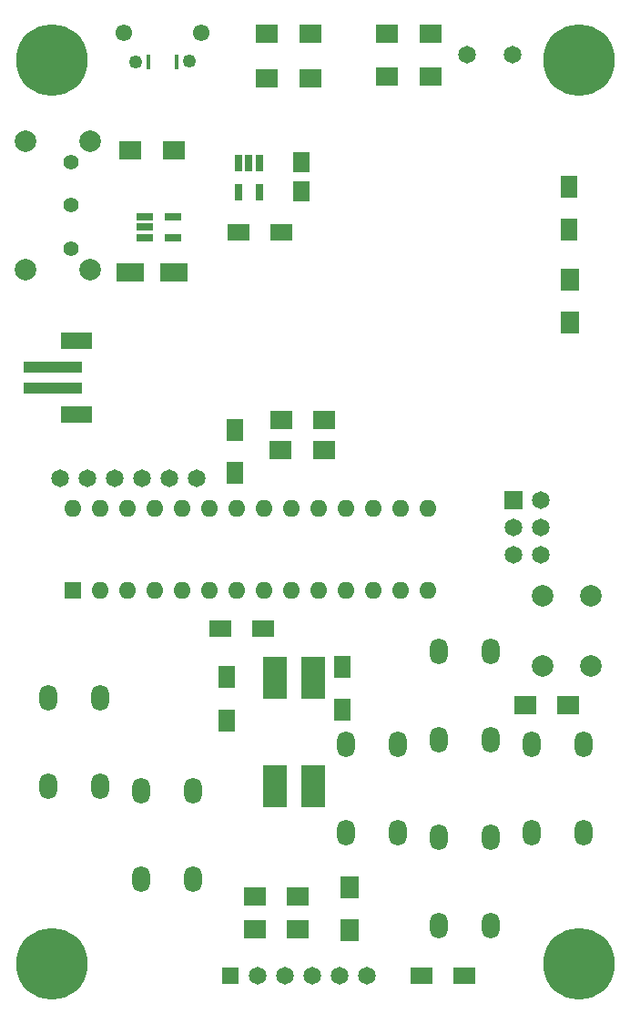
<source format=gbr>
G04 #@! TF.FileFunction,Soldermask,Top*
%FSLAX46Y46*%
G04 Gerber Fmt 4.6, Leading zero omitted, Abs format (unit mm)*
G04 Created by KiCad (PCBNEW 4.0.7) date 03/24/18 20:50:43*
%MOMM*%
%LPD*%
G01*
G04 APERTURE LIST*
%ADD10C,0.100000*%
%ADD11R,1.600000X2.000000*%
%ADD12R,2.000000X1.600000*%
%ADD13R,1.500000X1.950000*%
%ADD14R,2.000000X1.700000*%
%ADD15R,5.500000X1.000000*%
%ADD16R,3.000000X1.600000*%
%ADD17R,0.400000X1.350000*%
%ADD18C,1.250000*%
%ADD19C,1.550000*%
%ADD20R,1.700000X2.000000*%
%ADD21C,2.000000*%
%ADD22O,1.651000X2.413000*%
%ADD23C,1.651000*%
%ADD24R,1.600000X1.600000*%
%ADD25O,1.600000X1.600000*%
%ADD26R,1.560000X0.650000*%
%ADD27R,0.650000X1.560000*%
%ADD28R,2.200000X4.000000*%
%ADD29C,6.654800*%
%ADD30R,1.524000X1.524000*%
%ADD31R,1.651000X1.651000*%
%ADD32C,1.400000*%
%ADD33R,2.500000X1.700000*%
G04 APERTURE END LIST*
D10*
D11*
X46482000Y-67786000D03*
X46482000Y-63786000D03*
X45656500Y-86773000D03*
X45656500Y-90773000D03*
X56451500Y-85820500D03*
X56451500Y-89820500D03*
D12*
X50768000Y-45466000D03*
X46768000Y-45466000D03*
D13*
X52641500Y-41634000D03*
X52641500Y-38884000D03*
D11*
X77533500Y-45180000D03*
X77533500Y-41180000D03*
D12*
X63786000Y-114554000D03*
X67786000Y-114554000D03*
D14*
X53435000Y-26987500D03*
X49435000Y-26987500D03*
X54768500Y-62865000D03*
X50768500Y-62865000D03*
X64611000Y-26987500D03*
X60611000Y-26987500D03*
D15*
X29482000Y-57928000D03*
X29482000Y-59928000D03*
D16*
X31732000Y-55528000D03*
X31732000Y-62328000D03*
D17*
X38387500Y-29560500D03*
X40987500Y-29560500D03*
D18*
X37187500Y-29560500D03*
X42187500Y-29510500D03*
D19*
X36087500Y-26860500D03*
X43287500Y-26860500D03*
D14*
X52292000Y-107188000D03*
X48292000Y-107188000D03*
D20*
X57086500Y-106267500D03*
X57086500Y-110267500D03*
D14*
X49435000Y-31115000D03*
X53435000Y-31115000D03*
X36735000Y-37846000D03*
X40735000Y-37846000D03*
X77438000Y-89408000D03*
X73438000Y-89408000D03*
D20*
X77597000Y-53816000D03*
X77597000Y-49816000D03*
D14*
X50705000Y-65659000D03*
X54705000Y-65659000D03*
X52292000Y-110236000D03*
X48292000Y-110236000D03*
X64611000Y-30988000D03*
X60611000Y-30988000D03*
D21*
X79557000Y-85725000D03*
X75057000Y-85725000D03*
X79557000Y-79225000D03*
X75057000Y-79225000D03*
D22*
X33870600Y-96937000D03*
X29070600Y-96937000D03*
X33870600Y-88737000D03*
X29070600Y-88737000D03*
X42506600Y-105573000D03*
X37706600Y-105573000D03*
X42506600Y-97373000D03*
X37706600Y-97373000D03*
X65443400Y-84419000D03*
X70243400Y-84419000D03*
X65443400Y-92619000D03*
X70243400Y-92619000D03*
X65443400Y-101691000D03*
X70243400Y-101691000D03*
X65443400Y-109891000D03*
X70243400Y-109891000D03*
X74079400Y-93055000D03*
X78879400Y-93055000D03*
X74079400Y-101255000D03*
X78879400Y-101255000D03*
X61607400Y-101255000D03*
X56807400Y-101255000D03*
X61607400Y-93055000D03*
X56807400Y-93055000D03*
D23*
X68072000Y-28956000D03*
X42926000Y-68326000D03*
X40386000Y-68326000D03*
X37846000Y-68326000D03*
X35306000Y-68326000D03*
X32766000Y-68326000D03*
X30226000Y-68326000D03*
X72263000Y-28956000D03*
D24*
X31369000Y-78740000D03*
D25*
X64389000Y-71120000D03*
X33909000Y-78740000D03*
X61849000Y-71120000D03*
X36449000Y-78740000D03*
X59309000Y-71120000D03*
X38989000Y-78740000D03*
X56769000Y-71120000D03*
X41529000Y-78740000D03*
X54229000Y-71120000D03*
X44069000Y-78740000D03*
X51689000Y-71120000D03*
X46609000Y-78740000D03*
X49149000Y-71120000D03*
X49149000Y-78740000D03*
X46609000Y-71120000D03*
X51689000Y-78740000D03*
X44069000Y-71120000D03*
X54229000Y-78740000D03*
X41529000Y-71120000D03*
X56769000Y-78740000D03*
X38989000Y-71120000D03*
X59309000Y-78740000D03*
X36449000Y-71120000D03*
X61849000Y-78740000D03*
X33909000Y-71120000D03*
X64389000Y-78740000D03*
X31369000Y-71120000D03*
D26*
X38020000Y-44008000D03*
X38020000Y-44958000D03*
X38020000Y-45908000D03*
X40720000Y-45908000D03*
X40720000Y-44008000D03*
D27*
X48702000Y-39036000D03*
X47752000Y-39036000D03*
X46802000Y-39036000D03*
X46802000Y-41736000D03*
X48702000Y-41736000D03*
D28*
X50193000Y-86834500D03*
X53693000Y-86834500D03*
X50193000Y-96934500D03*
X53693000Y-96934500D03*
D29*
X29464000Y-29464000D03*
X78486000Y-29464000D03*
X29464000Y-113411000D03*
X78486000Y-113411000D03*
D30*
X46037500Y-114554000D03*
D23*
X48577500Y-114554000D03*
X51117500Y-114554000D03*
X53657500Y-114554000D03*
X56197500Y-114554000D03*
X58737500Y-114554000D03*
D31*
X72390000Y-70358000D03*
D23*
X74930000Y-70358000D03*
X72390000Y-72898000D03*
X74930000Y-72898000D03*
X72390000Y-75438000D03*
X74930000Y-75438000D03*
D32*
X31242000Y-42926000D03*
X31242000Y-46926000D03*
X31242000Y-38926000D03*
D21*
X32992000Y-36926000D03*
X32992000Y-48926000D03*
X26992000Y-48926000D03*
X26992000Y-36926000D03*
D33*
X40735000Y-49149000D03*
X36735000Y-49149000D03*
D12*
X45053500Y-82296000D03*
X49053500Y-82296000D03*
M02*

</source>
